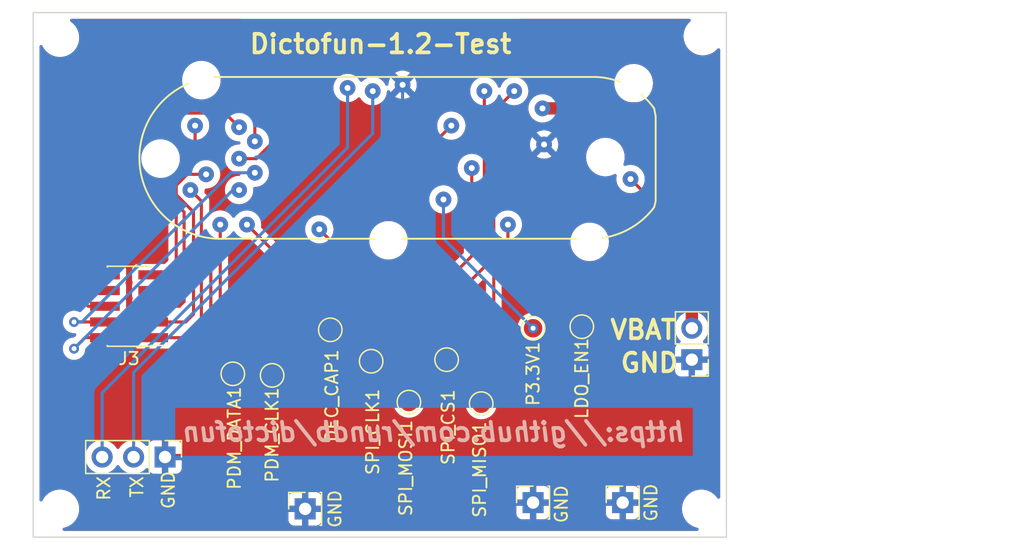
<source format=kicad_pcb>
(kicad_pcb (version 20211014) (generator pcbnew)
  (layers (0 "F.Cu" signal) (31 "B.Cu" signal) (34 "B.Paste" user) (35 "F.Paste" user) (36 "B.SilkS" user "B.Silkscreen") (37 "F.SilkS" user "F.Silkscreen") (38 "B.Mask" user) (39 "F.Mask" user) (44 "Edge.Cuts" user))
  (net 0 "")
  (net 1 "GNDD")
  (net 2 "/UART_TX")
  (net 3 "/UART_RX")
  (net 4 "/POWER_VBAT")
  (net 5 "/VTREF")
  (net 6 "/SWDIO")
  (net 7 "/SWDCLK")
  (net 8 "/SWO")
  (net 10 "/RESET")
  (net 11 "/SPI_MOSI")
  (net 12 "/SPI_MISO")
  (net 13 "/SPI_CS")
  (net 14 "/SPI_CLK")
  (net 15 "/PDM_CLK")
  (net 16 "/PDM_DATA")
  (net 17 "/LDO_EN")
  (net 18 "/P3.3V")
  (net 19 "/DEC_CAP")
  (net 20 "Net-(J3-Pad9)")
  (net 21 "Net-(J3-Pad8)")
  (net 22 "Net-(J3-Pad3)")
  (net 23 "/CHRG_IN")
  (footprint "MountingHole:MountingHole_2.1mm" (layer "F.Cu") (at 99.06 92.837)
    (fp_text reference "H2" hide)
    (fp_text value "PCB Mount")
    (pad "" np_thru_hole circle (at 0 0) (size 2.1 2.1) (drill 2.1) (layers F&B.Cu *.Mask))
  )
  (footprint "dictofun:POGO_PIN" (layer "F.Cu") (at 121.92 96.139)
    (fp_text reference "POGO16" hide)
    (fp_text value "pogo" hide)
    (pad "1" thru_hole circle (at 0 0) (size 1.27 1.27) (drill 0.4826) (layers *.Cu *.Mask) (net 18 "/P3.3V"))
  )
  (footprint "dictofun:POGO_PIN" (layer "F.Cu") (at 137.033 94.488)
    (fp_text reference "POGO19" hide)
    (fp_text value "pogo" hide)
    (pad "1" thru_hole circle (at 0 0) (size 1.27 1.27) (drill 0.4826) (layers *.Cu *.Mask) (net 23 "/CHRG_IN"))
  )
  (footprint "dictofun:POGO_PIN" (layer "F.Cu") (at 106.045 98.171)
    (fp_text reference "POGO11" hide)
    (fp_text value "pogo" hide)
    (pad "1" thru_hole circle (at 0 0) (size 1.27 1.27) (drill 0.4826) (layers *.Cu *.Mask) (net 15 "/PDM_CLK"))
  )
  (footprint "MountingHole:MountingHole_2.1mm" (layer "F.Cu") (at 135.001 92.71)
    (fp_text reference "H1" hide)
    (fp_text value "PCB Mount")
    (pad "" np_thru_hole circle (at 0 0) (size 2.1 2.1) (drill 2.1) (layers F&B.Cu *.Mask))
  )
  (footprint "dictofun:POGO_PIN" (layer "F.Cu") (at 122.555 90.17)
    (fp_text reference "POGO10" hide)
    (fp_text value "pogo" hide)
    (pad "1" thru_hole circle (at 0 0) (size 1.27 1.27) (drill 0.4826) (layers *.Cu *.Mask) (net 14 "/SPI_CLK"))
  )
  (footprint "MountingHole:MountingHole_2.1mm" (layer "F.Cu") (at 90.932 83.058)
    (fp_text reference "H7" hide)
    (fp_text value "Stand Mount")
    (pad "" np_thru_hole circle (at 0 0) (size 2.1 2.1) (drill 2.1) (layers *.Cu *.Mask))
  )
  (footprint "Connector_PinHeader_2.54mm:PinHeader_1x03_P2.54mm_Vertical" (layer "F.Cu") (at 99.426 116.967 -90)
    (fp_text reference "J1" hide)
    (fp_text value "UART")
    (fp_line (start -1.33 0) (end -1.33 -1.33) (layer "F.SilkS") (width 0.12))
    (fp_line (start 1.33 1.27) (end 1.33 6.41) (layer "F.SilkS") (width 0.12))
    (fp_line (start -1.33 -1.33) (end 0 -1.33) (layer "F.SilkS") (width 0.12))
    (fp_line (start -1.33 1.27) (end 1.33 1.27) (layer "F.SilkS") (width 0.12))
    (fp_line (start -1.33 1.27) (end -1.33 6.41) (layer "F.SilkS") (width 0.12))
    (fp_line (start -1.33 6.41) (end 1.33 6.41) (layer "F.SilkS") (width 0.12))
    (pad "1" thru_hole rect (at 0 0 270) (size 1.7 1.7) (drill 1) (layers *.Cu *.Mask) (net 1 "GNDD"))
    (pad "2" thru_hole oval (at 0 2.54 270) (size 1.7 1.7) (drill 1) (layers *.Cu *.Mask) (net 2 "/UART_TX"))
    (pad "3" thru_hole oval (at 0 5.08 270) (size 1.7 1.7) (drill 1) (layers *.Cu *.Mask) (net 3 "/UART_RX"))
  )
  (footprint "TestPoint:TestPoint_Pad_D1.5mm" (layer "F.Cu") (at 108.077 110.363)
    (fp_text reference "PDM_CLK1" (at 0 4.826 90) (layer "F.SilkS"))
    (fp_text value " ")
    (fp_circle (center 0 0) (end 0 0.95) (layer "F.SilkS") (width 0.12) (fill none))
    (pad "1" smd circle (at 0 0) (size 1.5 1.5) (layers "F.Cu" "F.Mask") (net 15 "/PDM_CLK"))
  )
  (footprint "MountingHole:MountingHole_2.1mm" (layer "F.Cu") (at 142.748 121.158)
    (fp_text reference "H8" hide)
    (fp_text value "Stand Mount")
    (pad "" np_thru_hole circle (at 0 0) (size 2.1 2.1) (drill 2.1) (layers *.Cu *.Mask))
  )
  (footprint "MountingHole:MountingHole_2.1mm" (layer "F.Cu") (at 90.932 121.158)
    (fp_text reference "H9" hide)
    (fp_text value "Stand Mount")
    (pad "" np_thru_hole circle (at 0 0) (size 2.1 2.1) (drill 2.1) (layers *.Cu *.Mask))
  )
  (footprint "Connector_PinSocket_2.54mm:PinSocket_1x01_P2.54mm_Vertical" (layer "F.Cu") (at 136.398 120.65 90)
    (fp_text reference "J6" hide)
    (fp_text value "GND")
    (fp_line (start 1.33 -1.33) (end 1.33 0) (layer "F.SilkS") (width 0.12))
    (fp_line (start 0 -1.33) (end 1.33 -1.33) (layer "F.SilkS") (width 0.12))
    (fp_line (start 1.33 1.21) (end 1.33 1.33) (layer "F.SilkS") (width 0.12))
    (fp_line (start -1.33 1.21) (end -1.33 1.33) (layer "F.SilkS") (width 0.12))
    (fp_line (start -1.33 1.33) (end 1.33 1.33) (layer "F.SilkS") (width 0.12))
    (pad "1" thru_hole rect (at 0 0 90) (size 1.7 1.7) (drill 1) (layers *.Cu *.Mask) (net 1 "GNDD"))
  )
  (footprint "dictofun:POGO_PIN" (layer "F.Cu") (at 116.205 87.376)
    (fp_text reference "POGO5" hide)
    (fp_text value "pogo" hide)
    (pad "1" thru_hole circle (at 0 0) (size 1.27 1.27) (drill 0.4826) (layers *.Cu *.Mask) (net 2 "/UART_TX"))
  )
  (footprint "dictofun:POGO_PIN" (layer "F.Cu") (at 124.206 93.599)
    (fp_text reference "POGO7" hide)
    (fp_text value "pogo" hide)
    (pad "1" thru_hole circle (at 0 0) (size 1.27 1.27) (drill 0.4826) (layers *.Cu *.Mask) (net 11 "/SPI_MOSI"))
  )
  (footprint "TestPoint:TestPoint_Pad_D1.5mm" (layer "F.Cu") (at 119.126 112.522)
    (fp_text reference "SPI_MOSI1" (at -0.254 5.334 90) (layer "F.SilkS"))
    (fp_text value " ")
    (fp_circle (center 0 0) (end 0 0.95) (layer "F.SilkS") (width 0.12) (fill none))
    (pad "1" smd circle (at 0 0) (size 1.5 1.5) (layers "F.Cu" "F.Mask") (net 11 "/SPI_MOSI"))
  )
  (footprint "MountingHole:MountingHole_2.1mm" (layer "F.Cu") (at 137.287 86.741)
    (fp_text reference "H5" hide)
    (fp_text value "Outer PCB Mount")
    (pad "" np_thru_hole circle (at 0 0) (size 2.1 2.1) (drill 2.1) (layers *.Cu *.Mask))
  )
  (footprint "dictofun:POGO_PIN" (layer "F.Cu") (at 127.127 98.171)
    (fp_text reference "POGO15" hide)
    (fp_text value "pogo" hide)
    (pad "1" thru_hole circle (at 0 0) (size 1.27 1.27) (drill 0.4826) (layers *.Cu *.Mask) (net 17 "/LDO_EN"))
  )
  (footprint "dictofun:POGO_PIN" (layer "F.Cu") (at 129.921 88.773)
    (fp_text reference "POGO13" hide)
    (fp_text value "pogo" hide)
    (pad "1" thru_hole circle (at 0 0) (size 1.27 1.27) (drill 0.4826) (layers *.Cu *.Mask) (net 4 "/POWER_VBAT"))
  )
  (footprint "Connector_PinHeader_1.27mm:PinHeader_2x05_P1.27mm_Vertical_SMD" (layer "F.Cu") (at 96.52 104.775 180)
    (fp_text reference "J3" (at 0 -4.235) (layer "F.SilkS"))
    (fp_text value "Conn_ARM_JTAG_SWD_10")
    (fp_line (start -1.765 3.235) (end 1.765 3.235) (layer "F.SilkS") (width 0.12))
    (fp_line (start -1.765 -3.235) (end -1.765 -3.17) (layer "F.SilkS") (width 0.12))
    (fp_line (start 1.765 3.17) (end 1.765 3.235) (layer "F.SilkS") (width 0.12))
    (fp_line (start -1.765 3.17) (end -1.765 3.235) (layer "F.SilkS") (width 0.12))
    (fp_line (start -1.765 -3.235) (end 1.765 -3.235) (layer "F.SilkS") (width 0.12))
    (fp_line (start 1.765 -3.235) (end 1.765 -3.17) (layer "F.SilkS") (width 0.12))
    (fp_line (start -3.09 -3.17) (end -1.765 -3.17) (layer "F.SilkS") (width 0.12))
    (pad "1" smd rect (at -1.95 -2.54 180) (size 2.4 0.74) (layers "F.Cu" "F.Paste" "F.Mask") (net 5 "/VTREF"))
    (pad "2" smd rect (at 1.95 -2.54 180) (size 2.4 0.74) (layers "F.Cu" "F.Paste" "F.Mask") (net 6 "/SWDIO"))
    (pad "3" smd rect (at -1.95 -1.27 180) (size 2.4 0.74) (layers "F.Cu" "F.Paste" "F.Mask") (net 22 "Net-(J3-Pad3)"))
    (pad "4" smd rect (at 1.95 -1.27 180) (size 2.4 0.74) (layers "F.Cu" "F.Paste" "F.Mask") (net 7 "/SWDCLK"))
    (pad "5" smd rect (at -1.95 0 180) (size 2.4 0.74) (layers "F.Cu" "F.Paste" "F.Mask") (net 22 "Net-(J3-Pad3)"))
    (pad "6" smd rect (at 1.95 0 180) (size 2.4 0.74) (layers "F.Cu" "F.Paste" "F.Mask") (net 8 "/SWO"))
    (pad "7" smd rect (at -1.95 1.27 180) (size 2.4 0.74) (layers "F.Cu" "F.Paste" "F.Mask"))
    (pad "8" smd rect (at 1.95 1.27 180) (size 2.4 0.74) (layers "F.Cu" "F.Paste" "F.Mask") (net 21 "Net-(J3-Pad8)"))
    (pad "9" smd rect (at -1.95 2.54 180) (size 2.4 0.74) (layers "F.Cu" "F.Paste" "F.Mask") (net 20 "Net-(J3-Pad9)"))
    (pad "10" smd rect (at 1.95 2.54 180) (size 2.4 0.74) (layers "F.Cu" "F.Paste" "F.Mask") (net 10 "/RESET"))
  )
  (footprint "dictofun:POGO_PIN" (layer "F.Cu") (at 111.887 98.552)
    (fp_text reference "POGO17" hide)
    (fp_text value "pogo" hide)
    (pad "1" thru_hole circle (at 0 0) (size 1.27 1.27) (drill 0.4826) (layers *.Cu *.Mask) (net 19 "/DEC_CAP"))
  )
  (footprint "TestPoint:TestPoint_Pad_D1.5mm" (layer "F.Cu") (at 104.902 110.236)
    (fp_text reference "PDM_DATA1" (at 0.127 5.207 90) (layer "F.SilkS"))
    (fp_text value " ")
    (fp_circle (center 0 0) (end 0 0.95) (layer "F.SilkS") (width 0.12) (fill none))
    (pad "1" smd circle (at 0 0) (size 1.5 1.5) (layers "F.Cu" "F.Mask") (net 16 "/PDM_DATA"))
  )
  (footprint "TestPoint:TestPoint_Pad_D1.5mm" (layer "F.Cu") (at 124.968 112.649)
    (fp_text reference "SPI_MISO1" (at -0.127 5.334 90) (layer "F.SilkS"))
    (fp_text value " ")
    (fp_circle (center 0 0) (end 0 0.95) (layer "F.SilkS") (width 0.12) (fill none))
    (pad "1" smd circle (at 0 0) (size 1.5 1.5) (layers "F.Cu" "F.Mask") (net 12 "/SPI_MISO"))
  )
  (footprint "dictofun:POGO_PIN" (layer "F.Cu") (at 106.68 91.44)
    (fp_text reference "POGO18" hide)
    (fp_text value "pogo" hide)
    (pad "1" thru_hole circle (at 0 0) (size 1.27 1.27) (drill 0.4826) (layers *.Cu *.Mask) (net 21 "Net-(J3-Pad8)"))
  )
  (footprint "TestPoint:TestPoint_Pad_D1.5mm" (layer "F.Cu") (at 129.159 106.553)
    (fp_text reference "P3.3V1" (at 0 3.683 90) (layer "F.SilkS"))
    (fp_text value " ")
    (fp_circle (center 0 0) (end 0 0.95) (layer "F.SilkS") (width 0.12) (fill none))
    (pad "1" smd circle (at 0 0) (size 1.5 1.5) (layers "F.Cu" "F.Mask") (net 18 "/P3.3V"))
  )
  (footprint "TestPoint:TestPoint_Pad_D1.5mm" (layer "F.Cu") (at 122.174 109.093)
    (fp_text reference "SPI_CS1" (at 0.127 5.461 90) (layer "F.SilkS"))
    (fp_text value " ")
    (fp_circle (center 0 0) (end 0 0.95) (layer "F.SilkS") (width 0.12) (fill none))
    (pad "1" smd circle (at 0 0) (size 1.5 1.5) (layers "F.Cu" "F.Mask") (net 13 "/SPI_CS"))
  )
  (footprint "MountingHole:MountingHole_2.1mm" (layer "F.Cu") (at 142.875 82.931)
    (fp_text reference "H10" hide)
    (fp_text value "Stand Mount")
    (pad "" np_thru_hole circle (at 0 0) (size 2.1 2.1) (drill 2.1) (layers *.Cu *.Mask))
  )
  (footprint "dictofun:POGO_PIN" (layer "F.Cu") (at 114.173 87.122)
    (fp_text reference "POGO1" hide)
    (fp_text value "pogo" hide)
    (pad "1" thru_hole circle (at 0 0) (size 1.27 1.27) (drill 0.4826) (layers *.Cu *.Mask) (net 3 "/UART_RX"))
  )
  (footprint "MountingHole:MountingHole_2.1mm" (layer "F.Cu") (at 133.731 99.568)
    (fp_text reference "H6" hide)
    (fp_text value "Outer PCB Mount")
    (pad "" np_thru_hole circle (at 0 0) (size 2.1 2.1) (drill 2.1) (layers *.Cu *.Mask))
  )
  (footprint "dictofun:POGO_PIN" (layer "F.Cu") (at 101.473 95.377)
    (fp_text reference "POGO2" hide)
    (fp_text value "pogo" hide)
    (pad "1" thru_hole circle (at 0 0) (size 1.27 1.27) (drill 0.4826) (layers *.Cu *.Mask) (net 5 "/VTREF"))
  )
  (footprint "dictofun:POGO_PIN" (layer "F.Cu") (at 118.618 86.868)
    (fp_text reference "POGO14" hide)
    (fp_text value "pogo" hide)
    (pad "1" thru_hole circle (at 0 0) (size 1.27 1.27) (drill 0.4826) (layers *.Cu *.Mask) (net 1 "GNDD"))
  )
  (footprint "Connector_PinHeader_2.54mm:PinHeader_1x02_P2.54mm_Vertical" (layer "F.Cu") (at 141.986 109.093 180)
    (fp_text reference "J2" hide)
    (fp_text value "Power Input")
    (fp_line (start -1.33 1.27) (end -1.33 3.87) (layer "F.SilkS") (width 0.12))
    (fp_line (start -1.33 3.87) (end 1.33 3.87) (layer "F.SilkS") (width 0.12))
    (fp_line (start -1.33 0) (end -1.33 -1.33) (layer "F.SilkS") (width 0.12))
    (fp_line (start -1.33 -1.33) (end 0 -1.33) (layer "F.SilkS") (width 0.12))
    (fp_line (start 1.33 1.27) (end 1.33 3.87) (layer "F.SilkS") (width 0.12))
    (fp_line (start -1.33 1.27) (end 1.33 1.27) (layer "F.SilkS") (width 0.12))
    (pad "1" thru_hole rect (at 0 0 180) (size 1.7 1.7) (drill 1) (layers *.Cu *.Mask) (net 1 "GNDD"))
    (pad "2" thru_hole oval (at 0 2.54 180) (size 1.7 1.7) (drill 1) (layers *.Cu *.Mask) (net 4 "/POWER_VBAT"))
  )
  (footprint "dictofun:POGO_PIN" (layer "F.Cu") (at 106.68 93.98)
    (fp_text reference "POGO21" hide)
    (fp_text value "pogo" hide)
    (pad "1" thru_hole circle (at 0 0) (size 1.27 1.27) (drill 0.4826) (layers *.Cu *.Mask) (net 7 "/SWDCLK"))
  )
  (footprint "dictofun:POGO_PIN" (layer "F.Cu") (at 105.41 90.297)
    (fp_text reference "POGO20" hide)
    (fp_text value "pogo" hide)
    (pad "1" thru_hole circle (at 0 0) (size 1.27 1.27) (drill 0.4826) (layers *.Cu *.Mask) (net 10 "/RESET"))
  )
  (footprint "MountingHole:MountingHole_2.1mm" (layer "F.Cu") (at 117.475 99.441)
    (fp_text reference "H4" hide)
    (fp_text value "Outer PCB Mount")
    (pad "" np_thru_hole circle (at 0 0) (size 2.1 2.1) (drill 2.1) (layers *.Cu *.Mask))
  )
  (footprint "MountingHole:MountingHole_2.1mm" (layer "F.Cu") (at 102.362 86.487)
    (fp_text reference "H3" hide)
    (fp_text value "Outer PCB Mount")
    (pad "" np_thru_hole circle (at 0 0) (size 2.1 2.1) (drill 2.1) (layers *.Cu *.Mask))
  )
  (footprint "TestPoint:TestPoint_Pad_D1.5mm" (layer "F.Cu") (at 112.776 106.68)
    (fp_text reference "DEC_CAP1" (at 0.127 5.334 90) (layer "F.SilkS"))
    (fp_text value " ")
    (fp_circle (center 0 0) (end 0 0.95) (layer "F.SilkS") (width 0.12) (fill none))
    (pad "1" smd circle (at 0 0) (size 1.5 1.5) (layers "F.Cu" "F.Mask") (net 19 "/DEC_CAP"))
  )
  (footprint "dictofun:POGO_PIN" (layer "F.Cu") (at 125.222 87.376)
    (fp_text reference "POGO9" hide)
    (fp_text value "pogo" hide)
    (pad "1" thru_hole circle (at 0 0) (size 1.27 1.27) (drill 0.4826) (layers *.Cu *.Mask) (net 13 "/SPI_CS"))
  )
  (footprint "dictofun:POGO_PIN" (layer "F.Cu") (at 103.886 98.171)
    (fp_text reference "POGO12" hide)
    (fp_text value "pogo" hide)
    (pad "1" thru_hole circle (at 0 0) (size 1.27 1.27) (drill 0.4826) (layers *.Cu *.Mask) (net 16 "/PDM_DATA"))
  )
  (footprint "dictofun:POGO_PIN" (layer "F.Cu") (at 130.048 91.694)
    (fp_text reference "POGO6" hide)
    (fp_text value "pogo" hide)
    (pad "1" thru_hole circle (at 0 0) (size 1.27 1.27) (drill 0.4826) (layers *.Cu *.Mask) (net 1 "GNDD"))
  )
  (footprint "TestPoint:TestPoint_Pad_D1.5mm" (layer "F.Cu") (at 116.078 109.22)
    (fp_text reference "SPI_CLK1" (at 0.127 5.715 90) (layer "F.SilkS"))
    (fp_text value " ")
    (fp_circle (center 0 0) (end 0 0.95) (layer "F.SilkS") (width 0.12) (fill none))
    (pad "1" smd circle (at 0 0) (size 1.5 1.5) (layers "F.Cu" "F.Mask") (net 14 "/SPI_CLK"))
  )
  (footprint "TestPoint:TestPoint_Pad_D1.5mm" (layer "F.Cu") (at 133.096 106.426)
    (fp_text reference "LDO_EN1" (at 0 4.191 90) (layer "F.SilkS"))
    (fp_text value " ")
    (fp_circle (center 0 0) (end 0 0.95) (layer "F.SilkS") (width 0.12) (fill none))
    (pad "1" smd circle (at 0 0) (size 1.5 1.5) (layers "F.Cu" "F.Mask") (net 17 "/LDO_EN"))
  )
  (footprint "Connector_PinSocket_2.54mm:PinSocket_1x01_P2.54mm_Vertical" (layer "F.Cu") (at 129.159 120.65 90)
    (fp_text reference "J5" hide)
    (fp_text value "GND")
    (fp_line (start 1.33 -1.33) (end 1.33 0) (layer "F.SilkS") (width 0.12))
    (fp_line (start -1.33 1.33) (end 1.33 1.33) (layer "F.SilkS") (width 0.12))
    (fp_line (start 1.33 1.21) (end 1.33 1.33) (layer "F.SilkS") (width 0.12))
    (fp_line (start -1.33 1.21) (end -1.33 1.33) (layer "F.SilkS") (width 0.12))
    (fp_line (start 0 -1.33) (end 1.33 -1.33) (layer "F.SilkS") (width 0.12))
    (pad "1" thru_hole rect (at 0 0 90) (size 1.7 1.7) (drill 1) (layers *.Cu *.Mask) (net 1 "GNDD"))
  )
  (footprint "dictofun:POGO_PIN" (layer "F.Cu") (at 105.41 92.837)
    (fp_text reference "POGO23" hide)
    (fp_text value "pogo" hide)
    (pad "1" thru_hole circle (at 0 0) (size 1.27 1.27) (drill 0.4826) (layers *.Cu *.Mask) (net 8 "/SWO"))
  )
  (footprint "dictofun:POGO_PIN" (layer "F.Cu") (at 127.635 87.376)
    (fp_text reference "POGO8" hide)
    (fp_text value "pogo" hide)
    (pad "1" thru_hole circle (at 0 0) (size 1.27 1.27) (drill 0.4826) (layers *.Cu *.Mask) (net 12 "/SPI_MISO"))
  )
  (footprint "dictofun:POGO_PIN" (layer "F.Cu") (at 101.854 90.17)
    (fp_text reference "POGO4" hide)
    (fp_text value "pogo" hide)
    (pad "1" thru_hole circle (at 0 0) (size 1.27 1.27) (drill 0.4826) (layers *.Cu *.Mask) (net 20 "Net-(J3-Pad9)"))
  )
  (footprint "Connector_PinSocket_2.54mm:PinSocket_1x01_P2.54mm_Vertical" (layer "F.Cu") (at 110.744 121.158 90)
    (fp_text reference "J4" hide)
    (fp_text value "GND")
    (fp_line (start -1.33 1.33) (end 1.33 1.33) (layer "F.SilkS") (width 0.12))
    (fp_line (start 0 -1.33) (end 1.33 -1.33) (layer "F.SilkS") (width 0.12))
    (fp_line (start 1.33 -1.33) (end 1.33 0) (layer "F.SilkS") (width 0.12))
    (fp_line (start -1.33 1.21) (end -1.33 1.33) (layer "F.SilkS") (width 0.12))
    (fp_line (start 1.33 1.21) (end 1.33 1.33) (layer "F.SilkS") (width 0.12))
    (pad "1" thru_hole rect (at 0 0 90) (size 1.7 1.7) (drill 1) (layers *.Cu *.Mask) (net 1 "GNDD"))
  )
  (footprint "dictofun:POGO_PIN" (layer "F.Cu") (at 105.41 95.377)
    (fp_text reference "POGO22" hide)
    (fp_text value "pogo" hide)
    (pad "1" thru_hole circle (at 0 0) (size 1.27 1.27) (drill 0.4826) (layers *.Cu *.Mask) (net 6 "/SWDIO"))
  )
  (footprint "dictofun:POGO_PIN" (layer "F.Cu") (at 102.743 94.107)
    (fp_text reference "POGO3" hide)
    (fp_text value "pogo" hide)
    (pad "1" thru_hole circle (at 0 0) (size 1.27 1.27) (drill 0.4826) (layers *.Cu *.Mask) (net 22 "Net-(J3-Pad3)"))
  )
  (gr_arc (start 138.938 96.774) (mid 136.640174 98.670624) (end 133.731 99.314) (layer "F.SilkS") (width 0.15))
  (gr_line (start 134.239 86.233) (end 103.759 86.233) (layer "F.SilkS") (width 0.15))
  (gr_line (start 103.886 99.314) (end 133.731 99.314) (layer "F.SilkS") (width 0.15))
  (gr_line (start 139.065 89.408) (end 139.065 96.266) (layer "F.SilkS") (width 0.15))
  (gr_line (start 139.065 89.408) (end 138.938 88.773) (layer "F.SilkS") (width 0.15))
  (gr_arc (start 104.14 99.314) (mid 97.35488 92.838758) (end 104.013 86.233) (layer "F.SilkS") (width 0.15))
  (gr_line (start 139.065 96.266) (end 138.938 96.774) (layer "F.SilkS") (width 0.15))
  (gr_arc (start 134.239 86.233001) (mid 136.882788 86.958567) (end 138.938 88.773) (layer "F.SilkS") (width 0.15))
  (gr_line (start 144.78 123.444) (end 144.78 81.026) (layer "Edge.Cuts") (width 0.1))
  (gr_line (start 88.773 123.444) (end 144.78 123.444) (layer "Edge.Cuts") (width 0.1))
  (gr_line (start 144.78 81.026) (end 88.773 81.026) (layer "Edge.Cuts") (width 0.1))
  (gr_line (start 88.773 81.026) (end 88.773 123.444) (layer "Edge.Cuts") (width 0.1))
  (gr_text "Dictofun-1.2-Test" (at 116.84 83.566) (layer "F.Cu") (effects (font (size 1.5 1.5) (thickness 0.3))))
  (gr_text "GND" (at 138.557 109.347) (layer "F.Cu") (effects (font (size 1.5 1.5) (thickness 0.3))))
  (gr_text "VBAT" (at 138.049 106.68) (layer "F.Cu") (effects (font (size 1.5 1.5) (thickness 0.3))))
  (gr_text "https://github.com/rundb/dictofun" (at 121.158 114.935) (layer "B.Cu") (effects (font (size 1.5 1.5) (thickness 0.3) italic) (justify mirror)))
  (gr_text "https://github.com/rundb/dictofun" (at 121.158 114.935) (layer "B.SilkS") (effects (font (size 1.5 1.5) (thickness 0.3) italic) (justify mirror)))
  (gr_text "TX" (at 97.155 119.38 90) (layer "F.SilkS") (effects (font (size 1 1))))
  (gr_text "GND" (at 138.684 120.65 90) (layer "F.SilkS") (effects (font (size 1 1))))
  (gr_text "GND" (at 138.557 109.347) (layer "F.SilkS") (effects (font (size 1.5 1.5) (thickness 0.3))))
  (gr_text "GND" (at 131.445 120.777 90) (layer "F.SilkS") (effects (font (size 1 1))))
  (gr_text "GND" (at 113.157 121.158 90) (layer "F.SilkS") (effects (font (size 1 1))))
  (gr_text "GND" (at 99.695 119.634 90) (layer "F.SilkS") (effects (font (size 1 1))))
  (gr_text "Dictofun-1.2-Test" (at 116.84 83.566) (layer "F.SilkS") (effects (font (size 1.5 1.5) (thickness 0.3))))
  (gr_text "VBAT" (at 138.049 106.68) (layer "F.SilkS") (effects (font (size 1.5 1.5) (thickness 0.3))))
  (gr_text "RX" (at 94.488 119.507 90) (layer "F.SilkS") (effects (font (size 1 1))))
  (segment (start 99.426 108.727) (end 99.426 116.967) (width 0.25) (layer "B.Cu") (net 1))
  (segment (start 118.618 86.868) (end 118.618 89.535) (width 0.25) (layer "B.Cu") (net 1))
  (segment (start 118.618 89.535) (end 99.426 108.727) (width 0.25) (layer "B.Cu") (net 1))
  (segment (start 96.886 110.124) (end 96.886 116.967) (width 0.25) (layer "B.Cu") (net 2))
  (segment (start 116.205 87.376) (end 116.205 90.805) (width 0.25) (layer "B.Cu") (net 2))
  (segment (start 116.205 90.805) (end 96.886 110.124) (width 0.25) (layer "B.Cu") (net 2))
  (segment (start 114.173 91.948) (end 94.346 111.775) (width 0.25) (layer "B.Cu") (net 3))
  (segment (start 94.346 111.775) (end 94.346 116.967) (width 0.25) (layer "B.Cu") (net 3))
  (segment (start 114.173 87.122) (end 114.173 91.948) (width 0.25) (layer "B.Cu") (net 3))
  (segment (start 141.986 92.075) (end 138.684 88.773) (width 1) (layer "F.Cu") (net 4))
  (segment (start 138.684 88.773) (end 129.921 88.773) (width 1) (layer "F.Cu") (net 4))
  (segment (start 141.986 106.553) (end 141.986 92.075) (width 1) (layer "F.Cu") (net 4))
  (segment (start 102.362 96.266) (end 101.473 95.377) (width 0.25) (layer "F.Cu") (net 5))
  (segment (start 100.965 107.315) (end 102.362 105.918) (width 0.25) (layer "F.Cu") (net 5))
  (segment (start 102.362 105.918) (end 102.362 96.266) (width 0.25) (layer "F.Cu") (net 5))
  (segment (start 98.47 107.315) (end 100.965 107.315) (width 0.25) (layer "F.Cu") (net 5))
  (segment (start 92.964 107.315) (end 92.075 108.204) (width 0.25) (layer "F.Cu") (net 6))
  (segment (start 94.57 107.315) (end 92.964 107.315) (width 0.25) (layer "F.Cu") (net 6))
  (via (at 92.075 108.204) (size 0.8) (drill 0.4) (layers "F.Cu" "B.Cu") (net 6))
  (segment (start 104.902 95.377) (end 105.41 95.377) (width 0.25) (layer "B.Cu") (net 6))
  (segment (start 92.075 108.204) (end 104.902 95.377) (width 0.25) (layer "B.Cu") (net 6))
  (segment (start 94.57 106.045) (end 92.075 106.045) (width 0.25) (layer "F.Cu") (net 7))
  (segment (start 92.075 106.045) (end 91.948 106.045) (width 0.25) (layer "F.Cu") (net 7))
  (via (at 92.075 106.045) (size 0.8) (drill 0.4) (layers "F.Cu" "B.Cu") (net 7))
  (segment (start 104.775 93.98) (end 106.68 93.98) (width 0.25) (layer "B.Cu") (net 7))
  (segment (start 92.71 106.045) (end 104.775 93.98) (width 0.25) (layer "B.Cu") (net 7))
  (segment (start 92.075 106.045) (end 92.71 106.045) (width 0.25) (layer "B.Cu") (net 7))
  (segment (start 99.07004 88.25496) (end 106.92396 88.25496) (width 0.25) (layer "F.Cu") (net 8))
  (segment (start 106.92396 88.25496) (end 107.95 89.281) (width 0.25) (layer "F.Cu") (net 8))
  (segment (start 107.95 89.281) (end 107.95 91.694) (width 0.25) (layer "F.Cu") (net 8))
  (segment (start 107.95 91.694) (end 106.807 92.837) (width 0.25) (layer "F.Cu") (net 8))
  (segment (start 94.57 104.775) (end 93.218 104.775) (width 0.25) (layer "F.Cu") (net 8))
  (segment (start 90.73648 96.58852) (end 99.07004 88.25496) (width 0.25) (layer "F.Cu") (net 8))
  (segment (start 93.218 104.775) (end 90.73648 102.29348) (width 0.25) (layer "F.Cu") (net 8))
  (segment (start 106.807 92.837) (end 105.41 92.837) (width 0.25) (layer "F.Cu") (net 8))
  (segment (start 90.73648 102.29348) (end 90.73648 96.58852) (width 0.25) (layer "F.Cu") (net 8))
  (segment (start 94.57 102.235) (end 93.091 102.235) (width 0.25) (layer "F.Cu") (net 10))
  (segment (start 91.948 97.282) (end 100.076 89.154) (width 0.25) (layer "F.Cu") (net 10))
  (segment (start 104.267 89.154) (end 105.41 90.297) (width 0.25) (layer "F.Cu") (net 10))
  (segment (start 100.076 89.154) (end 104.267 89.154) (width 0.25) (layer "F.Cu") (net 10))
  (segment (start 93.091 102.235) (end 91.948 101.092) (width 0.25) (layer "F.Cu") (net 10))
  (segment (start 91.948 101.092) (end 91.948 97.282) (width 0.25) (layer "F.Cu") (net 10))
  (segment (start 119.126 112.522) (end 119.126 105.791) (width 0.25) (layer "F.Cu") (net 11))
  (segment (start 119.126 105.791) (end 124.206 100.711) (width 0.25) (layer "F.Cu") (net 11))
  (segment (start 124.206 100.711) (end 124.206 93.599) (width 0.25) (layer "F.Cu") (net 11))
  (segment (start 125.984 89.027) (end 127.635 87.376) (width 0.25) (layer "F.Cu") (net 12))
  (segment (start 124.968 112.649) (end 125.984 111.633) (width 0.25) (layer "F.Cu") (net 12))
  (segment (start 125.984 111.633) (end 125.984 89.027) (width 0.25) (layer "F.Cu") (net 12))
  (segment (start 122.174 104.648) (end 125.222 101.6) (width 0.25) (layer "F.Cu") (net 13))
  (segment (start 125.222 101.6) (end 125.222 87.376) (width 0.25) (layer "F.Cu") (net 13))
  (segment (start 122.174 109.093) (end 122.174 104.648) (width 0.25) (layer "F.Cu") (net 13))
  (segment (start 120.269 101.346) (end 120.269 92.456) (width 0.25) (layer "F.Cu") (net 14))
  (segment (start 116.078 109.22) (end 116.078 105.537) (width 0.25) (layer "F.Cu") (net 14))
  (segment (start 116.078 105.537) (end 120.269 101.346) (width 0.25) (layer "F.Cu") (net 14))
  (segment (start 120.269 92.456) (end 122.555 90.17) (width 0.25) (layer "F.Cu") (net 14))
  (segment (start 108.077 110.363) (end 108.077 100.203) (width 0.25) (layer "F.Cu") (net 15))
  (segment (start 108.077 100.203) (end 106.045 98.171) (width 0.25) (layer "F.Cu") (net 15))
  (segment (start 103.886 109.22) (end 104.902 110.236) (width 0.25) (layer "F.Cu") (net 16))
  (segment (start 103.886 98.171) (end 103.886 109.22) (width 0.25) (layer "F.Cu") (net 16))
  (segment (start 133.096 106.426) (end 127.127 100.457) (width 0.25) (layer "F.Cu") (net 17))
  (segment (start 127.127 100.457) (end 127.127 98.171) (width 0.25) (layer "F.Cu") (net 17))
  (via (at 129.159 106.553) (size 0.8) (drill 0.4) (layers "F.Cu" "B.Cu") (net 18))
  (segment (start 121.92 99.314) (end 121.92 96.139) (width 0.25) (layer "B.Cu") (net 18))
  (segment (start 129.159 106.553) (end 121.92 99.314) (width 0.25) (layer "B.Cu") (net 18))
  (segment (start 112.776 106.68) (end 112.776 99.441) (width 0.25) (layer "F.Cu") (net 19))
  (segment (start 112.776 99.441) (end 111.887 98.552) (width 0.25) (layer "F.Cu") (net 19))
  (segment (start 100.33 97.409) (end 99.187 96.266) (width 0.25) (layer "F.Cu") (net 20))
  (segment (start 99.187 96.266) (end 99.187 95.377) (width 0.25) (layer "F.Cu") (net 20))
  (segment (start 100.33 101.346) (end 100.33 97.409) (width 0.25) (layer "F.Cu") (net 20))
  (segment (start 101.854 92.71) (end 101.854 90.17) (width 0.25) (layer "F.Cu") (net 20))
  (segment (start 98.47 102.235) (end 99.441 102.235) (width 0.25) (layer "F.Cu") (net 20))
  (segment (start 99.187 95.377) (end 101.854 92.71) (width 0.25) (layer "F.Cu") (net 20))
  (segment (start 99.441 102.235) (end 100.33 101.346) (width 0.25) (layer "F.Cu") (net 20))
  (segment (start 93.091 103.505) (end 91.186 101.6) (width 0.25) (layer "F.Cu") (net 21))
  (segment (start 106.68 89.154) (end 106.68 91.44) (width 0.25) (layer "F.Cu") (net 21))
  (segment (start 91.186 97.155) (end 99.63652 88.70448) (width 0.25) (layer "F.Cu") (net 21))
  (segment (start 106.23048 88.70448) (end 106.68 89.154) (width 0.25) (layer "F.Cu") (net 21))
  (segment (start 99.63652 88.70448) (end 106.23048 88.70448) (width 0.25) (layer "F.Cu") (net 21))
  (segment (start 94.57 103.505) (end 93.091 103.505) (width 0.25) (layer "F.Cu") (net 21))
  (segment (start 91.186 101.6) (end 91.186 97.155) (width 0.25) (layer "F.Cu") (net 21))
  (segment (start 99.822 95.504) (end 100.33 94.996) (width 0.25) (layer "F.Cu") (net 22))
  (segment (start 101.727 105.41) (end 101.727 97.155) (width 0.25) (layer "F.Cu") (net 22))
  (segment (start 100.584 104.775) (end 100.965 104.394) (width 0.25) (layer "F.Cu") (net 22))
  (segment (start 100.965 97.155) (end 99.822 96.012) (width 0.25) (layer "F.Cu") (net 22))
  (segment (start 101.219 94.107) (end 102.743 94.107) (width 0.25) (layer "F.Cu") (net 22))
  (segment (start 98.47 106.045) (end 101.092 106.045) (width 0.25) (layer "F.Cu") (net 22))
  (segment (start 101.092 106.045) (end 101.727 105.41) (width 0.25) (layer "F.Cu") (net 22))
  (segment (start 100.33 94.996) (end 101.219 94.107) (width 0.25) (layer "F.Cu") (net 22))
  (segment (start 100.965 104.394) (end 100.965 97.155) (width 0.25) (layer "F.Cu") (net 22))
  (segment (start 100.33 95.758) (end 100.33 94.996) (width 0.25) (layer "F.Cu") (net 22))
  (segment (start 99.822 96.012) (end 99.822 95.504) (width 0.25) (layer "F.Cu") (net 22))
  (segment (start 101.727 97.155) (end 100.33 95.758) (width 0.25) (layer "F.Cu") (net 22))
  (segment (start 98.47 104.775) (end 100.584 104.775) (width 0.25) (layer "F.Cu") (net 22))
  (segment (start 137.033 94.488) (end 139.7 97.155) (width 0.25) (layer "F.Cu") (net 23))
  (segment (start 139.7 97.155) (end 139.7 102.743) (width 0.25) (layer "F.Cu") (net 23))
  (zone (net 1) (net_name "GNDD") (layers F&B.Cu) (connect_pads (clearance 0.508)) (min_thickness 0.254) (fill yes (thermal_gap 0.508) (thermal_bridge_width 0.508))
    (polygon (pts (xy 146.05 124.46) (xy 87.63 124.46) (xy 87.63 80.01) (xy 146.05 80.01)))
  )
)
</source>
